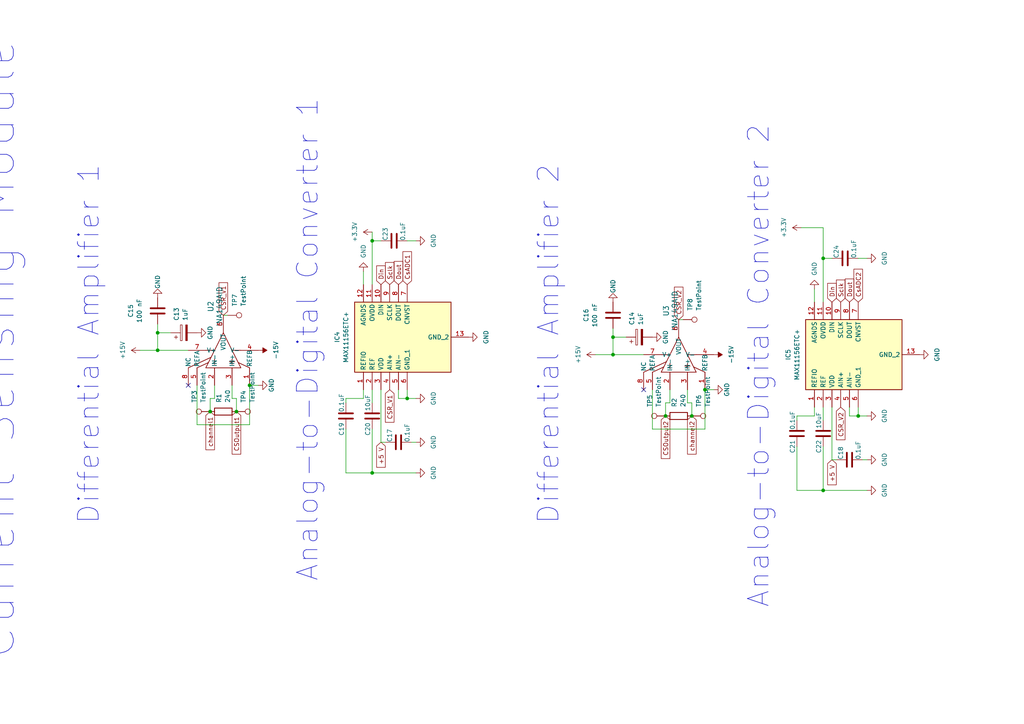
<source format=kicad_sch>
(kicad_sch (version 20230121) (generator eeschema)
  (paper "A4")
  (lib_symbols
    (symbol "+15V_1" (power) (pin_names (offset 0))
      (property "Value" "+15V_1" (at 0 3.556 0))
      (symbol "+15V_1_0_1"
        (polyline (pts (xy -0.762 1.27) (xy 0 2.54)))
        (polyline (pts (xy 0 0) (xy 0 2.54)))
        (polyline (pts (xy 0 2.54) (xy 0.762 1.27)))
      )
      (symbol "+15V_1_1_1"
        (pin power_in line (at 0 0 90) (length 0) hide (name "+15V") (number "1"))
      )
    )
    (symbol "+3.3V_1" (power) (pin_names (offset 0))
      (property "Value" "+3.3V_1" (at 0 3.556 0))
      (symbol "+3.3V_1_0_1"
        (polyline (pts (xy -0.762 1.27) (xy 0 2.54)))
        (polyline (pts (xy 0 0) (xy 0 2.54)))
        (polyline (pts (xy 0 2.54) (xy 0.762 1.27)))
      )
      (symbol "+3.3V_1_1_1"
        (pin power_in line (at 0 0 90) (length 0) hide (name "+3.3V") (number "1"))
      )
    )
    (symbol "+3.3V_2" (power) (pin_names (offset 0))
      (property "Value" "+3.3V_2" (at 0 3.556 0))
      (symbol "+3.3V_2_0_1"
        (polyline (pts (xy -0.762 1.27) (xy 0 2.54)))
        (polyline (pts (xy 0 0) (xy 0 2.54)))
        (polyline (pts (xy 0 2.54) (xy 0.762 1.27)))
      )
      (symbol "+3.3V_2_1_1"
        (pin power_in line (at 0 0 90) (length 0) hide (name "+3.3V") (number "1"))
      )
    )
    (symbol "Connector:TestPoint" (pin_numbers hide) (pin_names (offset 0.762) hide)
      (property "Reference" "TP" (at 0 6.858 0))
      (property "Value" "TestPoint" (at 0 5.08 0))
      (symbol "TestPoint_0_1"
        (circle (center 0 3.302) (radius 0.762))
      )
      (symbol "TestPoint_1_1"
        (pin passive line (at 0 0 90) (length 2.54) (name "1") (number "1"))
      )
    )
    (symbol "Device:C" (pin_numbers hide) (pin_names (offset 0.254))
      (property "Reference" "C" (at 0.635 2.54 0))
      (property "Value" "C" (at 0.635 -2.54 0))
      (symbol "C_0_1"
        (polyline (pts (xy -2.032 -0.762) (xy 2.032 -0.762)) (stroke (width 0.508)))
        (polyline (pts (xy -2.032 0.762) (xy 2.032 0.762)) (stroke (width 0.508)))
      )
      (symbol "C_1_1"
        (pin passive line (at 0 3.81 270) (length 2.794) (name "~") (number "1"))
        (pin passive line (at 0 -3.81 90) (length 2.794) (name "~") (number "2"))
      )
    )
    (symbol "Device:C_Polarized" (pin_numbers hide) (pin_names (offset 0.254))
      (property "Reference" "C" (at 0.635 2.54 0))
      (property "Value" "C_Polarized" (at 0.635 -2.54 0))
      (symbol "C_Polarized_0_1"
        (rectangle (start -2.286 0.508) (end 2.286 1.016))
        (polyline (pts (xy -1.778 2.286) (xy -0.762 2.286)))
        (polyline (pts (xy -1.27 2.794) (xy -1.27 1.778)))
        (rectangle (start 2.286 -0.508) (end -2.286 -1.016) (fill (type outline)))
      )
      (symbol "C_Polarized_1_1"
        (pin passive line (at 0 3.81 270) (length 2.794) (name "~") (number "1"))
        (pin passive line (at 0 -3.81 90) (length 2.794) (name "~") (number "2"))
      )
    )
    (symbol "Device:R" (pin_numbers hide) (pin_names (offset 0))
      (property "Reference" "R" (at 2.032 0 90))
      (property "Value" "R" (at 0 0 90))
      (symbol "R_0_1"
        (rectangle (start -1.016 -2.54) (end 1.016 2.54) (stroke (width 0.254)))
      )
      (symbol "R_1_1"
        (pin passive line (at 0 3.81 270) (length 1.27) (name "~") (number "1"))
        (pin passive line (at 0 -3.81 90) (length 1.27) (name "~") (number "2"))
      )
    )
    (symbol "GND_1" (power) (pin_names (offset 0))
      (property "Value" "GND_1" (at 0 -3.81 0))
      (symbol "GND_1_0_1"
        (polyline (pts (xy 0 0) (xy 0 -1.27) (xy 1.27 -1.27) (xy 0 -2.54) (xy -1.27 -1.27) (xy 0 -1.27)))
      )
      (symbol "GND_1_1_1"
        (pin power_in line (at 0 0 270) (length 0) hide (name "GND") (number "1"))
      )
    )
    (symbol "GND_2" (power) (pin_names (offset 0))
      (property "Value" "GND_2" (at 0 -3.81 0))
      (symbol "GND_2_0_1"
        (polyline (pts (xy 0 0) (xy 0 -1.27) (xy 1.27 -1.27) (xy 0 -2.54) (xy -1.27 -1.27) (xy 0 -1.27)))
      )
      (symbol "GND_2_1_1"
        (pin power_in line (at 0 0 270) (length 0) hide (name "GND") (number "1"))
      )
    )
    (symbol "GND_3" (power) (pin_names (offset 0))
      (property "Value" "GND_3" (at 0 -3.81 0))
      (symbol "GND_3_0_1"
        (polyline (pts (xy 0 0) (xy 0 -1.27) (xy 1.27 -1.27) (xy 0 -2.54) (xy -1.27 -1.27) (xy 0 -1.27)))
      )
      (symbol "GND_3_1_1"
        (pin power_in line (at 0 0 270) (length 0) hide (name "GND") (number "1"))
      )
    )
    (symbol "INA149AID:INA149AID" (pin_names (offset 0.254))
      (property "Reference" "U" (at 8.89 10.16 0))
      (property "Value" "INA149AID" (at 10.16 7.62 0))
      (symbol "INA149AID_0_1"
        (polyline (pts (xy -5.08 -5.08) (xy 5.08 0)) (stroke (width 0.2032)))
        (polyline (pts (xy -5.08 5.08) (xy -5.08 -5.08)) (stroke (width 0.2032)))
        (polyline (pts (xy -5.08 5.08) (xy 5.08 0)) (stroke (width 0.2032)))
        (polyline (pts (xy -4.064 -2.54) (xy -2.54 -2.54)) (stroke (width 0.2032)))
        (polyline (pts (xy -4.064 2.54) (xy -2.54 2.54)) (stroke (width 0.2032)))
        (polyline (pts (xy -3.556 -4.318) (xy -5.08 -7.62)) (stroke (width 0.2032)))
        (polyline (pts (xy -3.556 4.318) (xy -5.08 7.62)) (stroke (width 0.2032)))
        (polyline (pts (xy -3.302 -1.778) (xy -3.302 -3.302)) (stroke (width 0.2032)))
        (polyline (pts (xy -2.032 3.556) (xy -5.08 10.16)) (stroke (width 0.2032)))
        (polyline (pts (xy 0 -2.54) (xy 0 -5.08)) (stroke (width 0.2032)))
        (polyline (pts (xy 0 5.08) (xy 0 2.54)) (stroke (width 0.2032)))
        (pin input line (at -10.16 -7.62 0) (length 5.08) (name "REFB") (number "1"))
        (pin input line (at -10.16 2.54 0) (length 5.08) (name "IN-") (number "2"))
        (pin input line (at -10.16 -2.54 0) (length 5.08) (name "IN+") (number "3"))
        (pin power_in line (at 0 -10.16 90) (length 5.08) (name "V-") (number "4"))
        (pin input line (at -10.16 7.62 0) (length 5.08) (name "REFA") (number "5"))
        (pin output line (at 10.16 0 180) (length 5.08) (name "VOUT") (number "6"))
        (pin power_in line (at 0 10.16 270) (length 5.08) (name "V+") (number "7"))
        (pin unspecified line (at -10.16 10.16 0) (length 5.08) (name "NC") (number "8"))
      )
    )
    (symbol "MAX11156ETC+:MAX11156ETC+"
      (property "Reference" "IC" (at 26.67 7.62 0))
      (property "Value" "MAX11156ETC+" (at 26.67 5.08 0))
      (symbol "MAX11156ETC+_1_1"
        (rectangle (start 5.08 2.54) (end 25.4 -25.4) (stroke (width 0.254)) (fill (type background)))
        (pin passive line (at 0 0 0) (length 5.08) (name "REFIO") (number "1"))
        (pin passive line (at 30.48 -5.08 180) (length 5.08) (name "DIN") (number "10"))
        (pin passive line (at 30.48 -2.54 180) (length 5.08) (name "OVDD") (number "11"))
        (pin passive line (at 30.48 0 180) (length 5.08) (name "AGNDS") (number "12"))
        (pin passive line (at 15.24 -30.48 90) (length 5.08) (name "GND_2") (number "13"))
        (pin passive line (at 0 -2.54 0) (length 5.08) (name "REF") (number "2"))
        (pin passive line (at 0 -5.08 0) (length 5.08) (name "VDD") (number "3"))
        (pin passive line (at 0 -7.62 0) (length 5.08) (name "AIN+") (number "4"))
        (pin passive line (at 0 -10.16 0) (length 5.08) (name "AIN-") (number "5"))
        (pin passive line (at 0 -12.7 0) (length 5.08) (name "GND_1") (number "6"))
        (pin passive line (at 30.48 -12.7 180) (length 5.08) (name "CNVST") (number "7"))
        (pin passive line (at 30.48 -10.16 180) (length 5.08) (name "DOUT") (number "8"))
        (pin passive line (at 30.48 -7.62 180) (length 5.08) (name "SCLK") (number "9"))
      )
    )
    (symbol "power:-15V" (power) (pin_names (offset 0))
      (property "Value" "-15V" (at 0 3.81 0))
      (symbol "-15V_0_0"
        (pin power_in line (at 0 0 90) (length 0) hide (name "-15V") (number "1"))
      )
      (symbol "-15V_0_1"
        (polyline (pts (xy 0 0) (xy 0 1.27) (xy 0.762 1.27) (xy 0 2.54) (xy -0.762 1.27) (xy 0 1.27)) (fill (type outline)))
      )
    )
  )
  (junction (at 68.58 119.38))
  (junction (at 45.72 96.52))
  (junction (at 248.92 120.65))
  (junction (at 204.47 113.03))
  (junction (at 238.76 74.93))
  (junction (at 107.95 69.85))
  (junction (at 177.8 102.87))
  (junction (at 107.95 137.16))
  (junction (at 193.04 120.65))
  (junction (at 60.96 119.38))
  (junction (at 45.72 101.6))
  (junction (at 200.66 120.65))
  (junction (at 177.8 97.79))
  (junction (at 238.76 142.24))
  (junction (at 72.39 111.76))
  (junction (at 118.11 115.57))
  (no_connect (at 54.61 111.76))
  (no_connect (at 186.69 113.03))
  (wire (pts (xy 241.3 133.35) (xy 241.3 118.11)))
  (wire (pts (xy 45.72 101.6) (xy 45.72 96.52)))
  (wire (pts (xy 118.11 115.57) (xy 120.65 115.57)))
  (wire (pts (xy 238.76 74.93) (xy 238.76 66.04)))
  (wire (pts (xy 110.49 128.27) (xy 110.49 113.03)))
  (wire (pts (xy 231.14 142.24) (xy 238.76 142.24)))
  (wire (pts (xy 105.41 113.03) (xy 105.41 115.57)))
  (wire (pts (xy 62.23 111.76) (xy 62.23 115.57)))
  (wire (pts (xy 45.72 101.6) (xy 54.61 101.6)))
  (wire (pts (xy 236.22 120.65) (xy 231.14 120.65)))
  (wire (pts (xy 238.76 142.24) (xy 251.46 142.24)))
  (wire (pts (xy 100.33 124.46) (xy 100.33 137.16)))
  (wire (pts (xy 107.95 137.16) (xy 120.65 137.16)))
  (wire (pts (xy 200.66 120.65) (xy 200.66 116.84)))
  (wire (pts (xy 119.38 128.27) (xy 120.65 128.27)))
  (wire (pts (xy 40.64 101.6) (xy 45.72 101.6)))
  (wire (pts (xy 177.8 102.87) (xy 177.8 97.79)))
  (wire (pts (xy 177.8 97.79) (xy 181.61 97.79)))
  (wire (pts (xy 238.76 121.92) (xy 238.76 118.11)))
  (wire (pts (xy 248.92 118.11) (xy 248.92 120.65)))
  (wire (pts (xy 118.11 69.85) (xy 120.65 69.85)))
  (wire (pts (xy 238.76 74.93) (xy 241.3 74.93)))
  (wire (pts (xy 199.39 116.84) (xy 200.66 116.84)))
  (wire (pts (xy 100.33 115.57) (xy 100.33 116.84)))
  (wire (pts (xy 189.23 124.46) (xy 204.47 124.46)))
  (wire (pts (xy 107.95 69.85) (xy 107.95 82.55)))
  (wire (pts (xy 45.72 96.52) (xy 45.72 93.98)))
  (wire (pts (xy 177.8 102.87) (xy 186.69 102.87)))
  (wire (pts (xy 68.58 119.38) (xy 68.58 115.57)))
  (wire (pts (xy 194.31 113.03) (xy 194.31 116.84)))
  (wire (pts (xy 62.23 115.57) (xy 60.96 115.57)))
  (wire (pts (xy 57.15 123.19) (xy 57.15 111.76)))
  (wire (pts (xy 60.96 115.57) (xy 60.96 119.38)))
  (wire (pts (xy 57.15 123.19) (xy 72.39 123.19)))
  (wire (pts (xy 236.22 118.11) (xy 236.22 120.65)))
  (wire (pts (xy 105.41 115.57) (xy 100.33 115.57)))
  (wire (pts (xy 232.41 66.04) (xy 238.76 66.04)))
  (wire (pts (xy 100.33 137.16) (xy 107.95 137.16)))
  (wire (pts (xy 67.31 115.57) (xy 68.58 115.57)))
  (wire (pts (xy 66.04 91.44) (xy 64.77 91.44)))
  (wire (pts (xy 238.76 129.54) (xy 238.76 142.24)))
  (wire (pts (xy 118.11 113.03) (xy 118.11 115.57)))
  (wire (pts (xy 198.12 92.71) (xy 196.85 92.71)))
  (wire (pts (xy 67.31 111.76) (xy 67.31 115.57)))
  (wire (pts (xy 250.19 133.35) (xy 251.46 133.35)))
  (wire (pts (xy 238.76 74.93) (xy 238.76 87.63)))
  (wire (pts (xy 246.38 118.11) (xy 246.38 120.65)))
  (wire (pts (xy 193.04 116.84) (xy 193.04 120.65)))
  (wire (pts (xy 72.39 123.19) (xy 72.39 111.76)))
  (wire (pts (xy 115.57 113.03) (xy 115.57 115.57)))
  (wire (pts (xy 199.39 113.03) (xy 199.39 116.84)))
  (wire (pts (xy 246.38 120.65) (xy 248.92 120.65)))
  (wire (pts (xy 107.95 67.31) (xy 107.95 69.85)))
  (wire (pts (xy 107.95 69.85) (xy 110.49 69.85)))
  (wire (pts (xy 172.72 102.87) (xy 177.8 102.87)))
  (wire (pts (xy 242.57 133.35) (xy 241.3 133.35)))
  (wire (pts (xy 111.76 128.27) (xy 110.49 128.27)))
  (wire (pts (xy 204.47 124.46) (xy 204.47 113.03)))
  (wire (pts (xy 72.39 111.76) (xy 74.93 111.76)))
  (wire (pts (xy 248.92 120.65) (xy 251.46 120.65)))
  (wire (pts (xy 236.22 87.63) (xy 236.22 83.82)))
  (wire (pts (xy 248.92 74.93) (xy 251.46 74.93)))
  (wire (pts (xy 194.31 116.84) (xy 193.04 116.84)))
  (wire (pts (xy 45.72 96.52) (xy 49.53 96.52)))
  (wire (pts (xy 107.95 124.46) (xy 107.95 137.16)))
  (wire (pts (xy 177.8 97.79) (xy 177.8 95.25)))
  (wire (pts (xy 231.14 129.54) (xy 231.14 142.24)))
  (wire (pts (xy 105.41 82.55) (xy 105.41 78.74)))
  (wire (pts (xy 115.57 115.57) (xy 118.11 115.57)))
  (wire (pts (xy 204.47 113.03) (xy 207.01 113.03)))
  (wire (pts (xy 189.23 124.46) (xy 189.23 113.03)))
  (wire (pts (xy 107.95 116.84) (xy 107.95 113.03)))
  (wire (pts (xy 231.14 120.65) (xy 231.14 121.92)))
  (text "Current Sensing Module\n" (at 5.08 191.77 90) (effects (font (size 10 10)) (justify left bottom)))
  (text "Differential Amplifier 2\n" (at 162.56 152.4 90) (effects (font (size 6 6)) (justify left bottom)))
  (text "Analog-to-Digital Converter 1\n" (at 92.71 168.91 90) (effects (font (size 6 6)) (justify left bottom)))
  (text "Differential Amplifier 1\n" (at 29.21 152.4 90) (effects (font (size 6 6)) (justify left bottom)))
  (text "Analog-to-Digital Converter 2\n" (at 223.52 176.53 90) (effects (font (size 6 6)) (justify left bottom)))
  (global_label "channel2" (shape input) (at 200.66 120.65 270) (property "Intersheetrefs" "${INTERSHEET_REFS}" (effects hide)))
  (global_label "CsADC2" (shape input) (at 248.92 87.63 90) (property "Intersheetrefs" "${INTERSHEET_REFS}" (effects hide)))
  (global_label "Sclk" (shape input) (at 243.84 87.63 90) (property "Intersheetrefs" "${INTERSHEET_REFS}" (effects hide)))
  (global_label "channel1" (shape input) (at 60.96 119.38 270) (property "Intersheetrefs" "${INTERSHEET_REFS}" (effects hide)))
  (global_label "Sclk" (shape input) (at 113.03 82.55 90) (property "Intersheetrefs" "${INTERSHEET_REFS}" (effects hide)))
  (global_label "CSR_V2" (shape input) (at 243.84 118.11 270) (property "Intersheetrefs" "${INTERSHEET_REFS}" (effects hide)))
  (global_label "Dout" (shape input) (at 246.38 87.63 90) (property "Intersheetrefs" "${INTERSHEET_REFS}" (effects hide)))
  (global_label "+5 V" (shape input) (at 241.3 133.35 270) (property "Intersheetrefs" "${INTERSHEET_REFS}" (effects hide)))
  (global_label "Dout" (shape input) (at 115.57 82.55 90) (property "Intersheetrefs" "${INTERSHEET_REFS}" (effects hide)))
  (global_label "+5 V" (shape input) (at 110.49 128.27 270) (property "Intersheetrefs" "${INTERSHEET_REFS}" (effects hide)))
  (global_label "CSR_V2" (shape input) (at 196.85 92.71 90) (property "Intersheetrefs" "${INTERSHEET_REFS}" (effects hide)))
  (global_label "Din" (shape input) (at 241.3 87.63 90) (property "Intersheetrefs" "${INTERSHEET_REFS}" (effects hide)))
  (global_label "Din" (shape input) (at 110.49 82.55 90) (property "Intersheetrefs" "${INTERSHEET_REFS}" (effects hide)))
  (global_label "CSR_V1" (shape input) (at 64.77 91.44 90) (property "Intersheetrefs" "${INTERSHEET_REFS}" (effects hide)))
  (global_label "CSR_V1" (shape input) (at 113.03 113.03 270) (property "Intersheetrefs" "${INTERSHEET_REFS}" (effects hide)))
  (global_label "CSOutput1" (shape input) (at 68.58 119.38 270) (property "Intersheetrefs" "${INTERSHEET_REFS}" (effects hide)))
  (global_label "CsADC1" (shape input) (at 118.11 82.55 90) (property "Intersheetrefs" "${INTERSHEET_REFS}" (effects hide)))
  (global_label "CSOutput2" (shape input) (at 193.04 120.65 270) (property "Intersheetrefs" "${INTERSHEET_REFS}" (effects hide)))
  (symbol (lib_id "INA149AID:INA149AID") (at 196.85 102.87 90) (unit 1)
    (property "Reference" "U3" (at 193.2021 90.17 0) (effects (font (size 1.524 1.524))))
    (property "Value" "INA149AID" (at 195.7421 90.17 0) (effects (font (size 1.524 1.524))))
    (property "Footprint" "INA149:D0008A_N" (effects hide))
    (property "Datasheet" "INA149AID" (effects hide))
  )
  (symbol (lib_id "Device:C") (at 45.72 90.17 180) (unit 1)
    (property "Reference" "C15" (at 37.8968 90.17 90))
    (property "Value" "100 nF" (at 40.4368 90.17 90))
    (property "Footprint" "Capacitor_SMD:C_0805_2012Metric_Pad1.18x1.45mm_HandSolder" (effects hide))
    (instances (project "channels" (path "" (reference "C15") (unit 1))) (project "electrostimulator" (path "" (reference "C43") (unit 1))) (project "channels1" (path "" (reference "C15") (unit 1))) (project "16-channel-stimulator" (path "" (reference "C22") (unit 1))))
  )
  (symbol (lib_id "Device:C") (at 238.76 125.73 180) (unit 1)
    (property "Reference" "C22" (at 237.49 129.54 90))
    (property "Value" "10uF" (at 237.49 121.92 90))
    (property "Footprint" "Capacitor_SMD:C_0805_2012Metric_Pad1.18x1.45mm_HandSolder" (effects hide))
    (instances (project "channels" (path "" (reference "C22") (unit 1))) (project "electrostimulator" (path "" (reference "C50") (unit 1))) (project "channels1" (path "" (reference "C22") (unit 1))))
  )
  (symbol (lib_id "Device:C") (at 177.8 91.44 180) (unit 1)
    (property "Reference" "C16" (at 169.9768 91.44 90))
    (property "Value" "100 nF" (at 172.5168 91.44 90))
    (property "Footprint" "Capacitor_SMD:C_0805_2012Metric_Pad1.18x1.45mm_HandSolder" (effects hide))
    (instances (project "channels" (path "" (reference "C16") (unit 1))) (project "electrostimulator" (path "" (reference "C44") (unit 1))) (project "channels1" (path "" (reference "C16") (unit 1))) (project "16-channel-stimulator" (path "" (reference "C22") (unit 1))))
  )
  (symbol (lib_id "Device:C_Polarized") (at 53.34 96.52 90) (unit 1)
    (property "Reference" "C13" (at 51.1809 93.0656 0) (effects (justify left)))
    (property "Value" "1uF" (at 53.7209 93.0656 0) (effects (justify left)))
    (property "Footprint" "Capacitor_SMD:C_0805_2012Metric_Pad1.18x1.45mm_HandSolder" (effects hide))
    (instances (project "channels" (path "" (reference "C13") (unit 1))) (project "electrostimulator" (path "" (reference "C41") (unit 1))) (project "channels1" (path "" (reference "C13") (unit 1))) (project "16-channel-stimulator" (path "" (reference "C21") (unit 1))))
  )
  (symbol (lib_id "power:-15V") (at 207.01 102.87 270) (unit 1)
    (property "Reference" "#PWR045" (effects hide))
    (property "Value" "-15V" (at 212.09 102.87 0))
    (instances (project "channels" (path "" (reference "#PWR045") (unit 1))) (project "electrostimulator" (path "" (reference "#PWR04") (unit 1)) (path "" (reference "#PWR0203") (unit 1))) (project "channels1" (path "" (reference "#PWR050") (unit 1))))
  )
  (symbol (lib_name "+15V_1") (lib_id "power:+15V") (at 40.64 101.6 90) (unit 1)
    (property "Reference" "#PWR042" (effects hide))
    (property "Value" "+15V" (at 35.56 101.6 0))
    (instances (project "channels" (path "" (reference "#PWR042") (unit 1))) (project "electrostimulator" (path "" (reference "#PWR0200") (unit 1))) (project "channels1" (path "" (reference "#PWR047") (unit 1))))
  )
  (symbol (lib_name "GND_1") (lib_id "power:GND") (at 120.65 115.57 90) (unit 1)
    (property "Reference" "#PWR054" (effects hide))
    (property "Value" "GND" (at 125.73 115.57 0))
    (instances (project "channels" (path "" (reference "#PWR054") (unit 1))) (project "electrostimulator" (path "" (reference "#PWR0212") (unit 1))) (project "channels1" (path "" (reference "#PWR059") (unit 1))))
  )
  (symbol (lib_id "INA149AID:INA149AID") (at 64.77 101.6 90) (unit 1)
    (property "Reference" "U2" (at 61.1221 88.9 0) (effects (font (size 1.524 1.524))))
    (property "Value" "INA149AID" (at 63.6621 88.9 0) (effects (font (size 1.524 1.524))))
    (property "Footprint" "INA149:D0008A_N" (effects hide))
    (property "Datasheet" "INA149AID" (effects hide))
  )
  (symbol (lib_id "MAX11156ETC+:MAX11156ETC+") (at 236.22 118.11 90) (unit 1)
    (property "Reference" "IC5" (at 228.6 102.87 0))
    (property "Value" "MAX11156ETC+" (at 231.14 102.87 0))
    (property "Footprint" "MAX11156:SON50P300X300X80-13N" (effects hide))
    (property "Datasheet" "https://componentsearchengine.com/Datasheets/1/MAX11156ETC+.pdf" (effects hide))
    (property "Height" "0.8" (effects hide))
    (property "Mouser Part Number" "700-MAX11156ETC+" (effects hide))
    (property "Mouser Price/Stock" "https://www.mouser.com/Search/Refine.aspx?Keyword=700-MAX11156ETC%2B" (effects hide))
    (property "Manufacturer_Name" "Analog Devices" (effects hide))
    (property "Manufacturer_Part_Number" "MAX11156ETC+" (effects hide))
  )
  (symbol (lib_name "+3.3V_2") (lib_id "power:+3.3V") (at 232.41 66.04 90) (unit 1)
    (property "Reference" "#PWR063" (effects hide))
    (property "Value" "+3.3V" (at 227.33 66.04 0))
    (instances (project "channels" (path "" (reference "#PWR063") (unit 1))) (project "electrostimulator" (path "" (reference "#PWR0221") (unit 1))) (project "channels1" (path "" (reference "#PWR068") (unit 1))))
  )
  (symbol (lib_name "GND_1") (lib_id "power:GND") (at 105.41 78.74 180) (unit 1)
    (property "Reference" "#PWR058" (effects hide))
    (property "Value" "GND" (at 105.41 74.93 90) (effects (justify right)))
    (instances (project "channels" (path "" (reference "#PWR058") (unit 1))) (project "electrostimulator" (path "" (reference "#PWR0216") (unit 1))) (project "channels1" (path "" (reference "#PWR063") (unit 1))))
  )
  (symbol (lib_id "Device:C") (at 231.14 125.73 180) (unit 1)
    (property "Reference" "C21" (at 229.87 129.54 90))
    (property "Value" "0.1uF" (at 229.87 121.92 90))
    (property "Footprint" "Capacitor_SMD:C_0805_2012Metric_Pad1.18x1.45mm_HandSolder" (effects hide))
    (instances (project "channels" (path "" (reference "C21") (unit 1))) (project "electrostimulator" (path "" (reference "C49") (unit 1))) (project "channels1" (path "" (reference "C21") (unit 1))))
  )
  (symbol (lib_name "GND_3") (lib_id "power:GND") (at 45.72 86.36 180) (unit 1)
    (property "Reference" "#PWR048" (effects hide))
    (property "Value" "GND" (at 45.72 83.82 90) (effects (justify right)))
    (instances (project "channels" (path "" (reference "#PWR048") (unit 1))) (project "electrostimulator" (path "" (reference "#PWR0206") (unit 1))) (project "channels1" (path "" (reference "#PWR053") (unit 1))))
  )
  (symbol (lib_name "GND_1") (lib_id "power:GND") (at 251.46 133.35 90) (unit 1)
    (property "Reference" "#PWR053" (effects hide))
    (property "Value" "GND" (at 256.54 133.35 0))
    (instances (project "channels" (path "" (reference "#PWR053") (unit 1))) (project "electrostimulator" (path "" (reference "#PWR0211") (unit 1))) (project "channels1" (path "" (reference "#PWR058") (unit 1))))
  )
  (symbol (lib_name "GND_1") (lib_id "power:GND") (at 120.65 69.85 90) (unit 1)
    (property "Reference" "#PWR060" (effects hide))
    (property "Value" "GND" (at 125.73 69.85 0))
    (instances (project "channels" (path "" (reference "#PWR060") (unit 1))) (project "electrostimulator" (path "" (reference "#PWR0218") (unit 1))) (project "channels1" (path "" (reference "#PWR065") (unit 1))))
  )
  (symbol (lib_id "Device:R") (at 196.85 120.65 90) (unit 1)
    (property "Reference" "R2" (at 195.58 118.11 0) (effects (justify left)))
    (property "Value" "240" (at 198.12 118.11 0) (effects (justify left)))
    (property "Footprint" "Resistor_SMD:R_0805_2012Metric_Pad1.20x1.40mm_HandSolder" (effects hide))
    (instances (project "channels" (path "" (reference "R2") (unit 1))) (project "electrostimulator" (path "" (reference "R16") (unit 1))) (project "channels1" (path "" (reference "R2") (unit 1))))
  )
  (symbol (lib_name "GND_1") (lib_id "power:GND") (at 251.46 120.65 90) (unit 1)
    (property "Reference" "#PWR055" (effects hide))
    (property "Value" "GND" (at 256.54 120.65 0))
    (instances (project "channels" (path "" (reference "#PWR055") (unit 1))) (project "electrostimulator" (path "" (reference "#PWR0213") (unit 1))) (project "channels1" (path "" (reference "#PWR060") (unit 1))))
  )
  (symbol (lib_name "GND_1") (lib_id "power:GND") (at 236.22 83.82 180) (unit 1)
    (property "Reference" "#PWR059" (effects hide))
    (property "Value" "GND" (at 236.22 80.01 90) (effects (justify right)))
    (instances (project "channels" (path "" (reference "#PWR059") (unit 1))) (project "electrostimulator" (path "" (reference "#PWR0217") (unit 1))) (project "channels1" (path "" (reference "#PWR064") (unit 1))))
  )
  (symbol (lib_id "Device:R") (at 64.77 119.38 90) (unit 1)
    (property "Reference" "R1" (at 63.5 116.84 0) (effects (justify left)))
    (property "Value" "240" (at 66.04 116.84 0) (effects (justify left)))
    (property "Footprint" "Resistor_SMD:R_0805_2012Metric_Pad1.20x1.40mm_HandSolder" (effects hide))
    (instances (project "channels" (path "" (reference "R1") (unit 1))) (project "electrostimulator" (path "" (reference "R15") (unit 1))) (project "channels1" (path "" (reference "R1") (unit 1))))
  )
  (symbol (lib_name "GND_1") (lib_id "power:GND") (at 120.65 128.27 90) (unit 1)
    (property "Reference" "#PWR052" (effects hide))
    (property "Value" "GND" (at 125.73 128.27 0))
    (instances (project "channels" (path "" (reference "#PWR052") (unit 1))) (project "electrostimulator" (path "" (reference "#PWR0210") (unit 1))) (project "channels1" (path "" (reference "#PWR057") (unit 1))))
  )
  (symbol (lib_id "Device:C") (at 100.33 120.65 180) (unit 1)
    (property "Reference" "C19" (at 99.06 124.46 90))
    (property "Value" "0.1uF" (at 99.06 116.84 90))
    (property "Footprint" "Capacitor_SMD:C_0805_2012Metric_Pad1.18x1.45mm_HandSolder" (effects hide))
    (instances (project "channels" (path "" (reference "C19") (unit 1))) (project "electrostimulator" (path "" (reference "C47") (unit 1))) (project "channels1" (path "" (reference "C19") (unit 1))))
  )
  (symbol (lib_id "Connector:TestPoint") (at 200.66 120.65 270) (unit 1)
    (property "Reference" "TP6" (at 202.692 118.11 0) (effects (justify right)))
    (property "Value" "TestPoint" (at 205.232 118.11 0) (effects (justify right)))
    (property "Footprint" "TestPoint:TestPoint_Pad_1.0x1.0mm" (effects hide))
    (instances (project "channels" (path "" (reference "TP6") (unit 1))) (project "electrostimulator" (path "" (reference "TP16") (unit 1))) (project "channels1" (path "" (reference "TP6") (unit 1))))
  )
  (symbol (lib_name "GND_1") (lib_id "power:GND") (at 251.46 74.93 90) (unit 1)
    (property "Reference" "#PWR061" (effects hide))
    (property "Value" "GND" (at 256.54 74.93 0))
    (instances (project "channels" (path "" (reference "#PWR061") (unit 1))) (project "electrostimulator" (path "" (reference "#PWR0219") (unit 1))) (project "channels1" (path "" (reference "#PWR066") (unit 1))))
  )
  (symbol (lib_name "GND_3") (lib_id "power:GND") (at 189.23 97.79 90) (unit 1)
    (property "Reference" "#PWR047" (effects hide))
    (property "Value" "GND" (at 193.04 97.79 0))
    (instances (project "channels" (path "" (reference "#PWR047") (unit 1))) (project "electrostimulator" (path "" (reference "#PWR0205") (unit 1))) (project "channels1" (path "" (reference "#PWR052") (unit 1))))
  )
  (symbol (lib_id "Device:C_Polarized") (at 185.42 97.79 90) (unit 1)
    (property "Reference" "C14" (at 183.2609 94.3356 0) (effects (justify left)))
    (property "Value" "1uF" (at 185.8009 94.3356 0) (effects (justify left)))
    (property "Footprint" "Capacitor_SMD:C_0805_2012Metric_Pad1.18x1.45mm_HandSolder" (effects hide))
    (instances (project "channels" (path "" (reference "C14") (unit 1))) (project "electrostimulator" (path "" (reference "C42") (unit 1))) (project "channels1" (path "" (reference "C14") (unit 1))) (project "16-channel-stimulator" (path "" (reference "C21") (unit 1))))
  )
  (symbol (lib_name "GND_1") (lib_id "power:GND") (at 120.65 137.16 90) (unit 1)
    (property "Reference" "#PWR050" (effects hide))
    (property "Value" "GND" (at 125.73 137.16 0))
    (instances (project "channels" (path "" (reference "#PWR050") (unit 1))) (project "electrostimulator" (path "" (reference "#PWR0208") (unit 1))) (project "channels1" (path "" (reference "#PWR055") (unit 1))))
  )
  (symbol (lib_name "GND_2") (lib_id "power:GND") (at 135.89 97.79 90) (unit 1)
    (property "Reference" "#PWR056" (effects hide))
    (property "Value" "GND" (at 140.97 97.79 0))
    (instances (project "channels" (path "" (reference "#PWR056") (unit 1))) (project "electrostimulator" (path "" (reference "#PWR0214") (unit 1))) (project "channels1" (path "" (reference "#PWR061") (unit 1))))
  )
  (symbol (lib_id "Device:C") (at 114.3 69.85 270) (unit 1)
    (property "Reference" "C23" (at 111.76 69.85 0) (effects (justify right)))
    (property "Value" "0.1uF" (at 116.84 69.85 0) (effects (justify right)))
    (property "Footprint" "Capacitor_SMD:C_0805_2012Metric_Pad1.18x1.45mm_HandSolder" (effects hide))
    (instances (project "channels" (path "" (reference "C23") (unit 1))) (project "electrostimulator" (path "" (reference "C51") (unit 1))) (project "channels1" (path "" (reference "C23") (unit 1))))
  )
  (symbol (lib_name "+15V_1") (lib_id "power:+15V") (at 172.72 102.87 90) (unit 1)
    (property "Reference" "#PWR044" (effects hide))
    (property "Value" "+15V" (at 167.64 102.87 0))
    (instances (project "channels" (path "" (reference "#PWR044") (unit 1))) (project "electrostimulator" (path "" (reference "#PWR0202") (unit 1))) (project "channels1" (path "" (reference "#PWR049") (unit 1))))
  )
  (symbol (lib_id "Connector:TestPoint") (at 66.04 91.44 270) (unit 1)
    (property "Reference" "TP7" (at 68.072 88.9 0) (effects (justify right)))
    (property "Value" "TestPoint" (at 70.612 88.9 0) (effects (justify right)))
    (property "Footprint" "TestPoint:TestPoint_Pad_1.0x1.0mm" (effects hide))
    (instances (project "channels" (path "" (reference "TP7") (unit 1))) (project "electrostimulator" (path "" (reference "TP17") (unit 1))) (project "channels1" (path "" (reference "TP7") (unit 1))))
  )
  (symbol (lib_name "GND_3") (lib_id "power:GND") (at 177.8 87.63 180) (unit 1)
    (property "Reference" "#PWR049" (effects hide))
    (property "Value" "GND" (at 177.8 85.09 90) (effects (justify right)))
    (instances (project "channels" (path "" (reference "#PWR049") (unit 1))) (project "electrostimulator" (path "" (reference "#PWR0207") (unit 1))) (project "channels1" (path "" (reference "#PWR054") (unit 1))))
  )
  (symbol (lib_id "MAX11156ETC+:MAX11156ETC+") (at 105.41 113.03 90) (unit 1)
    (property "Reference" "IC4" (at 97.79 97.79 0))
    (property "Value" "MAX11156ETC+" (at 100.33 97.79 0))
    (property "Footprint" "MAX11156:SON50P300X300X80-13N" (effects hide))
    (property "Datasheet" "https://componentsearchengine.com/Datasheets/1/MAX11156ETC+.pdf" (effects hide))
    (property "Height" "0.8" (effects hide))
    (property "Mouser Part Number" "700-MAX11156ETC+" (effects hide))
    (property "Mouser Price/Stock" "https://www.mouser.com/Search/Refine.aspx?Keyword=700-MAX11156ETC%2B" (effects hide))
    (property "Manufacturer_Name" "Analog Devices" (effects hide))
    (property "Manufacturer_Part_Number" "MAX11156ETC+" (effects hide))
  )
  (symbol (lib_id "Connector:TestPoint") (at 193.04 120.65 90) (unit 1)
    (property "Reference" "TP5" (at 188.468 118.11 0) (effects (justify left)))
    (property "Value" "TestPoint" (at 191.008 118.11 0) (effects (justify left)))
    (property "Footprint" "TestPoint:TestPoint_Pad_1.0x1.0mm" (effects hide))
    (instances (project "channels" (path "" (reference "TP5") (unit 1))) (project "electrostimulator" (path "" (reference "TP15") (unit 1))) (project "channels1" (path "" (reference "TP5") (unit 1))))
  )
  (symbol (lib_id "Connector:TestPoint") (at 68.58 119.38 270) (unit 1)
    (property "Reference" "TP4" (at 70.612 116.84 0) (effects (justify right)))
    (property "Value" "TestPoint" (at 73.152 116.84 0) (effects (justify right)))
    (property "Footprint" "TestPoint:TestPoint_Pad_1.0x1.0mm" (effects hide))
    (instances (project "channels" (path "" (reference "TP4") (unit 1))) (project "electrostimulator" (path "" (reference "TP14") (unit 1))) (project "channels1" (path "" (reference "TP4") (unit 1))))
  )
  (symbol (lib_name "GND_3") (lib_id "power:GND") (at 57.15 96.52 90) (unit 1)
    (property "Reference" "#PWR046" (effects hide))
    (property "Value" "GND" (at 60.96 96.52 0))
    (instances (project "channels" (path "" (reference "#PWR046") (unit 1))) (project "electrostimulator" (path "" (reference "#PWR0204") (unit 1))) (project "channels1" (path "" (reference "#PWR051") (unit 1))))
  )
  (symbol (lib_id "Device:C") (at 245.11 74.93 270) (unit 1)
    (property "Reference" "C24" (at 242.57 74.93 0) (effects (justify right)))
    (property "Value" "0.1uF" (at 247.65 74.93 0) (effects (justify right)))
    (property "Footprint" "Capacitor_SMD:C_0805_2012Metric_Pad1.18x1.45mm_HandSolder" (effects hide))
    (instances (project "channels" (path "" (reference "C24") (unit 1))) (project "electrostimulator" (path "" (reference "C52") (unit 1))) (project "channels1" (path "" (reference "C24") (unit 1))))
  )
  (symbol (lib_name "GND_2") (lib_id "power:GND") (at 266.7 102.87 90) (unit 1)
    (property "Reference" "#PWR057" (effects hide))
    (property "Value" "GND" (at 271.78 102.87 0))
    (instances (project "channels" (path "" (reference "#PWR057") (unit 1))) (project "electrostimulator" (path "" (reference "#PWR0215") (unit 1))) (project "channels1" (path "" (reference "#PWR062") (unit 1))))
  )
  (symbol (lib_id "Device:C") (at 115.57 128.27 270) (unit 1)
    (property "Reference" "C17" (at 113.03 128.27 0) (effects (justify right)))
    (property "Value" "0.1uF" (at 118.11 128.27 0) (effects (justify right)))
    (property "Footprint" "Capacitor_SMD:C_0805_2012Metric_Pad1.18x1.45mm_HandSolder" (effects hide))
    (instances (project "channels" (path "" (reference "C17") (unit 1))) (project "electrostimulator" (path "" (reference "C45") (unit 1))) (project "channels1" (path "" (reference "C17") (unit 1))))
  )
  (symbol (lib_name "+3.3V_1") (lib_id "power:+3.3V") (at 107.95 67.31 90) (unit 1)
    (property "Reference" "#PWR062" (effects hide))
    (property "Value" "+3.3V" (at 102.87 67.31 0))
    (instances (project "channels" (path "" (reference "#PWR062") (unit 1))) (project "electrostimulator" (path "" (reference "#PWR0220") (unit 1))) (project "channels1" (path "" (reference "#PWR067") (unit 1))))
  )
  (symbol (lib_name "GND_3") (lib_id "power:GND") (at 207.01 113.03 90) (unit 1)
    (property "Reference" "#PWR041" (effects hide))
    (property "Value" "GND" (at 210.82 113.03 0))
    (instances (project "channels" (path "" (reference "#PWR041") (unit 1))) (project "electrostimulator" (path "" (reference "#PWR0199") (unit 1))) (project "channels1" (path "" (reference "#PWR046") (unit 1))))
  )
  (symbol (lib_id "Device:C") (at 107.95 120.65 180) (unit 1)
    (property "Reference" "C20" (at 106.68 124.46 90))
    (property "Value" "10uF" (at 106.68 116.84 90))
    (property "Footprint" "Capacitor_SMD:C_0805_2012Metric_Pad1.18x1.45mm_HandSolder" (effects hide))
    (instances (project "channels" (path "" (reference "C20") (unit 1))) (project "electrostimulator" (path "" (reference "C48") (unit 1))) (project "channels1" (path "" (reference "C20") (unit 1))))
  )
  (symbol (lib_name "GND_1") (lib_id "power:GND") (at 251.46 142.24 90) (unit 1)
    (property "Reference" "#PWR051" (effects hide))
    (property "Value" "GND" (at 256.54 142.24 0))
    (instances (project "channels" (path "" (reference "#PWR051") (unit 1))) (project "electrostimulator" (path "" (reference "#PWR0209") (unit 1))) (project "channels1" (path "" (reference "#PWR056") (unit 1))))
  )
  (symbol (lib_id "Connector:TestPoint") (at 60.96 119.38 90) (unit 1)
    (property "Reference" "TP3" (at 56.388 116.84 0) (effects (justify left)))
    (property "Value" "TestPoint" (at 58.928 116.84 0) (effects (justify left)))
    (property "Footprint" "TestPoint:TestPoint_Pad_1.0x1.0mm" (effects hide))
    (instances (project "channels" (path "" (reference "TP3") (unit 1))) (project "electrostimulator" (path "" (reference "TP13") (unit 1))) (project "channels1" (path "" (reference "TP3") (unit 1))))
  )
  (symbol (lib_id "power:-15V") (at 74.93 101.6 270) (unit 1)
    (property "Reference" "#PWR043" (effects hide))
    (property "Value" "-15V" (at 80.01 101.6 0))
    (instances (project "channels" (path "" (reference "#PWR043") (unit 1))) (project "electrostimulator" (path "" (reference "#PWR04") (unit 1)) (path "" (reference "#PWR0201") (unit 1))) (project "channels1" (path "" (reference "#PWR048") (unit 1))))
  )
  (symbol (lib_id "Device:C") (at 246.38 133.35 270) (unit 1)
    (property "Reference" "C18" (at 243.84 133.35 0) (effects (justify right)))
    (property "Value" "0.1uF" (at 248.92 133.35 0) (effects (justify right)))
    (property "Footprint" "Capacitor_SMD:C_0805_2012Metric_Pad1.18x1.45mm_HandSolder" (effects hide))
    (instances (project "channels" (path "" (reference "C18") (unit 1))) (project "electrostimulator" (path "" (reference "C46") (unit 1))) (project "channels1" (path "" (reference "C18") (unit 1))))
  )
  (symbol (lib_name "GND_3") (lib_id "power:GND") (at 74.93 111.76 90) (unit 1)
    (property "Reference" "#PWR040" (effects hide))
    (property "Value" "GND" (at 78.74 111.76 0))
    (instances (project "channels" (path "" (reference "#PWR040") (unit 1))) (project "electrostimulator" (path "" (reference "#PWR0198") (unit 1))) (project "channels1" (path "" (reference "#PWR045") (unit 1))))
  )
  (symbol (lib_id "Connector:TestPoint") (at 198.12 92.71 270) (unit 1)
    (property "Reference" "TP8" (at 200.152 90.17 0) (effects (justify right)))
    (property "Value" "TestPoint" (at 202.692 90.17 0) (effects (justify right)))
    (property "Footprint" "TestPoint:TestPoint_Pad_1.0x1.0mm" (effects hide))
    (instances (project "channels" (path "" (reference "TP8") (unit 1))) (project "electrostimulator" (path "" (reference "TP18") (unit 1))) (project "channels1" (path "" (reference "TP8") (unit 1))))
  )
)
</source>
